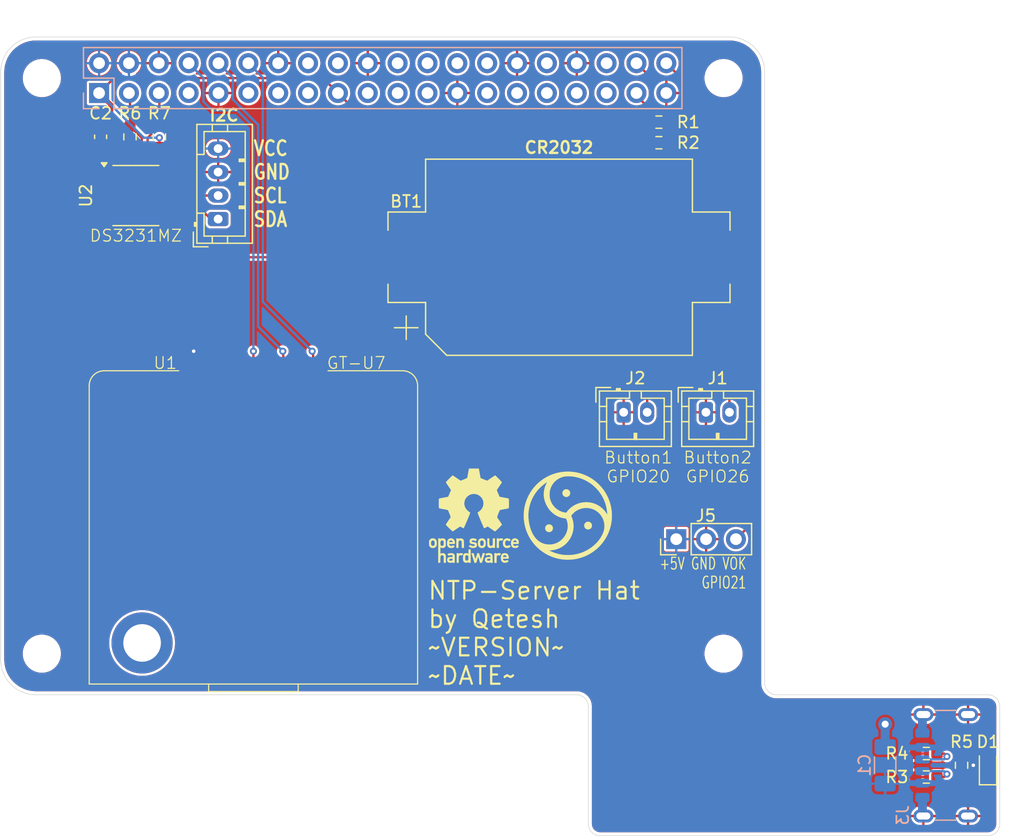
<source format=kicad_pcb>
(kicad_pcb (version 20240108) (generator "pcbnew") (generator_version "8.0")
  (title_block (title "NTP-Server") (date "${DATE}") (rev "${VERSION}") (company "Qetesh"))
  (layers (0 "F.Cu" signal) (31 "B.Cu" signal) (34 "B.Paste" user) (35 "F.Paste" user) (36 "B.SilkS" user "B.Silkscreen") (37 "F.SilkS" user "F.Silkscreen") (38 "B.Mask" user) (39 "F.Mask" user) (44 "Edge.Cuts" user))
  (property "DATE" "~DATE~")
  (property "VERSION" "~VERSION~")
  (net 0 "")
  (net 1 "GND")
  (net 2 "+3V3")
  (net 4 "+5V")
  (net 7 "/SDA")
  (net 8 "/GPS_TX")
  (net 11 "/GPS_PPS")
  (net 18 "/SCL")
  (net 23 "/GPS_RX")
  (net 24 "/VccOK")
  (net 32 "/Batt+")
  (net 34 "/CC2")
  (net 35 "/CC1")
  (net 36 "/Button2")
  (net 37 "/Button1")
  (net 38 "Net-(D1-K)")
  (footprint "LED_SMD:LED_0603_1608Metric_Pad1.05x0.95mm_HandSolder" (layer "F.Cu") (at 201.5 108.5 90)
    (property "Reference" "D1" (at 2 0 180) (layer "F.SilkS"))
    (property "Value" "Power")
    (pad "1" smd roundrect (at -0.875 0 90) (size 1.05 0.95) (layers "F.Cu" "F.Paste" "F.Mask") (net 38 "Net-(D1-K)"))
    (pad "2" smd roundrect (at 0.875 0 90) (size 1.05 0.95) (layers "F.Cu" "F.Paste" "F.Mask") (net 4 "+5V"))
  )
  (footprint "Connector_JST:JST_PH_B2B-PH-K_1x02_P2.00mm_Vertical" (layer "F.Cu") (at 170.5 78.45)
    (property "Reference" "J2" (at 1 -2.9 0) (layer "F.SilkS"))
    (property "Value" "Button2")
    (pad "1" thru_hole roundrect (at 0 0) (size 1.2 1.75) (drill 0.75) (layers "*.Cu" "*.Mask") (roundrect_rratio 0.208333) (net 1 "GND"))
    (pad "2" thru_hole oval (at 2 0) (size 1.2 1.75) (drill 0.75) (layers "*.Cu" "*.Mask") (net 36 "/Button2"))
  )
  (footprint "Battery:BatteryHolder_Keystone_1060_1x2032" (layer "F.Cu") (at 165 65.25)
    (property "Reference" "BT1" (at -13 -4.75 0) (layer "F.SilkS"))
    (property "Value" "CR2032")
    (pad "1" smd rect (at -14.65 0 180) (size 2.6 3.6) (layers "F.Cu" "F.Paste" "F.Mask") (net 32 "/Batt+"))
    (pad "2" smd rect (at 14.65 0 180) (size 2.6 3.6) (layers "F.Cu" "F.Paste" "F.Mask") (net 1 "GND"))
  )
  (footprint "Connector_PinHeader_2.54mm:PinHeader_1x03_P2.54mm_Vertical" (layer "F.Cu") (at 174.975 89.25 90)
    (property "Reference" "J5" (at 2 2.525 180) (layer "F.SilkS"))
    (property "Value" "VCC-Monitor")
    (pad "1" thru_hole rect (at 0 0 90) (size 1.7 1.7) (drill 1) (layers "*.Cu" "*.Mask") (net 4 "+5V"))
    (pad "2" thru_hole oval (at 0 2.54 90) (size 1.7 1.7) (drill 1) (layers "*.Cu" "*.Mask") (net 1 "GND"))
    (pad "3" thru_hole oval (at 0 5.08 90) (size 1.7 1.7) (drill 1) (layers "*.Cu" "*.Mask") (net 24 "/VccOK"))
  )
  (footprint "GT-U7_GPS-Module:GT-U7_SMT" (layer "F.Cu") (at 139 74.915)
    (property "Reference" "U1" (at -7.5 -0.665 0) (layer "F.SilkS") (effects (font (thickness 0.1))))
    (property "Value" "GT-U7")
    (pad "" thru_hole circle (at -9.47 23.17) (size 5.2 5.2) (drill 3.2) (layers "*.Cu" "*.Mask"))
    (pad "1" smd roundrect (at -5.08 0) (size 1.8 3.5) (drill (offset 0 0.75)) (layers "F.Cu" "F.Paste" "F.Mask") (net 4 "+5V"))
    (pad "2" smd roundrect (at -2.54 0) (size 1.8 3.5) (drill (offset 0 0.75)) (layers "F.Cu" "F.Paste" "F.Mask") (net 1 "GND"))
    (pad "3" smd roundrect (at 0 0) (size 1.8 3.5) (drill (offset 0 0.75)) (layers "F.Cu" "F.Paste" "F.Mask") (net 8 "/GPS_TX"))
    (pad "4" smd roundrect (at 2.54 0) (size 1.8 3.5) (drill (offset 0 0.75)) (layers "F.Cu" "F.Paste" "F.Mask") (net 23 "/GPS_RX"))
    (pad "5" smd roundrect (at 5.08 0) (size 1.8 3.5) (drill (offset 0 0.75)) (layers "F.Cu" "F.Paste" "F.Mask") (net 11 "/GPS_PPS"))
  )
  (footprint "Capacitor_SMD:C_0603_1608Metric_Pad1.08x0.95mm_HandSolder" (layer "F.Cu") (at 126 55 90)
    (property "Reference" "C2" (at 2 0 180) (layer "F.SilkS"))
    (property "Value" "100n")
    (pad "1" smd roundrect (at -0.8625 0 90) (size 1.075 0.95) (layers "F.Cu" "F.Paste" "F.Mask") (net 2 "+3V3"))
    (pad "2" smd roundrect (at 0.8625 0 90) (size 1.075 0.95) (layers "F.Cu" "F.Paste" "F.Mask") (net 1 "GND"))
  )
  (footprint "Package_SO:SOIC-8_3.9x4.9mm_P1.27mm" (layer "F.Cu") (at 129 60)
    (property "Reference" "U2" (at -4.25 0 90) (layer "F.SilkS"))
    (property "Value" "DS3231MZ")
    (pad "1" smd roundrect (at -2.475 -1.905) (size 1.95 0.6) (layers "F.Cu" "F.Paste" "F.Mask"))
    (pad "2" smd roundrect (at -2.475 -0.635) (size 1.95 0.6) (layers "F.Cu" "F.Paste" "F.Mask") (net 2 "+3V3"))
    (pad "3" smd roundrect (at -2.475 0.635) (size 1.95 0.6) (layers "F.Cu" "F.Paste" "F.Mask"))
    (pad "4" smd roundrect (at -2.475 1.905) (size 1.95 0.6) (layers "F.Cu" "F.Paste" "F.Mask"))
    (pad "5" smd roundrect (at 2.475 1.905) (size 1.95 0.6) (layers "F.Cu" "F.Paste" "F.Mask") (net 1 "GND"))
    (pad "6" smd roundrect (at 2.475 0.635) (size 1.95 0.6) (layers "F.Cu" "F.Paste" "F.Mask") (net 32 "/Batt+"))
    (pad "7" smd roundrect (at 2.475 -0.635) (size 1.95 0.6) (layers "F.Cu" "F.Paste" "F.Mask") (net 7 "/SDA"))
    (pad "8" smd roundrect (at 2.475 -1.905) (size 1.95 0.6) (layers "F.Cu" "F.Paste" "F.Mask") (net 18 "/SCL"))
  )
  (footprint "Connector_JST:JST_PH_B2B-PH-K_1x02_P2.00mm_Vertical" (layer "F.Cu") (at 177.5 78.45)
    (property "Reference" "J1" (at 1 -2.9 0) (layer "F.SilkS"))
    (property "Value" "Button1")
    (pad "1" thru_hole roundrect (at 0 0) (size 1.2 1.75) (drill 0.75) (layers "*.Cu" "*.Mask") (roundrect_rratio 0.208333) (net 1 "GND"))
    (pad "2" thru_hole oval (at 2 0) (size 1.2 1.75) (drill 0.75) (layers "*.Cu" "*.Mask") (net 37 "/Button1"))
  )
  (footprint "Resistor_SMD:R_0603_1608Metric_Pad0.98x0.95mm_HandSolder" (layer "F.Cu") (at 128.5 55 90)
    (property "Reference" "R6" (at 2 0 180) (layer "F.SilkS"))
    (property "Value" "4k7")
    (pad "1" smd roundrect (at -0.9125 0 90) (size 0.975 0.95) (layers "F.Cu" "F.Paste" "F.Mask") (net 2 "+3V3"))
    (pad "2" smd roundrect (at 0.9125 0 90) (size 0.975 0.95) (layers "F.Cu" "F.Paste" "F.Mask") (net 7 "/SDA"))
  )
  (footprint "Resistor_SMD:R_0603_1608Metric_Pad0.98x0.95mm_HandSolder" (layer "F.Cu") (at 199.25 108.5 90)
    (property "Reference" "R5" (at 2 0 180) (layer "F.SilkS"))
    (property "Value" "1k2")
    (pad "1" smd roundrect (at -0.9125 0 90) (size 0.975 0.95) (layers "F.Cu" "F.Paste" "F.Mask") (net 38 "Net-(D1-K)"))
    (pad "2" smd roundrect (at 0.9125 0 90) (size 0.975 0.95) (layers "F.Cu" "F.Paste" "F.Mask") (net 1 "GND"))
  )
  (footprint "Resistor_SMD:R_0603_1608Metric_Pad0.98x0.95mm_HandSolder" (layer "F.Cu") (at 131 55 90)
    (property "Reference" "R7" (at 2 0 180) (layer "F.SilkS"))
    (property "Value" "4k7")
    (pad "1" smd roundrect (at -0.9125 0 90) (size 0.975 0.95) (layers "F.Cu" "F.Paste" "F.Mask") (net 2 "+3V3"))
    (pad "2" smd roundrect (at 0.9125 0 90) (size 0.975 0.95) (layers "F.Cu" "F.Paste" "F.Mask") (net 18 "/SCL"))
  )
  (footprint "Resistor_SMD:R_0603_1608Metric_Pad0.98x0.95mm_HandSolder" (layer "F.Cu") (at 196.25 109.5 180)
    (property "Reference" "R3" (at 2.5 0 0) (layer "F.SilkS"))
    (property "Value" "5k1")
    (pad "1" smd roundrect (at -0.9125 0 180) (size 0.975 0.95) (layers "F.Cu" "F.Paste" "F.Mask") (net 34 "/CC2"))
    (pad "2" smd roundrect (at 0.9125 0 180) (size 0.975 0.95) (layers "F.Cu" "F.Paste" "F.Mask") (net 1 "GND"))
  )
  (footprint "Resistor_SMD:R_0603_1608Metric_Pad0.98x0.95mm_HandSolder" (layer "F.Cu") (at 173.5 53.75)
    (property "Reference" "R1" (at 2.5 0 0) (layer "F.SilkS"))
    (property "Value" "10k")
    (pad "1" smd roundrect (at -0.9125 0) (size 0.975 0.95) (layers "F.Cu" "F.Paste" "F.Mask") (net 2 "+3V3"))
    (pad "2" smd roundrect (at 0.9125 0) (size 0.975 0.95) (layers "F.Cu" "F.Paste" "F.Mask") (net 37 "/Button1"))
  )
  (footprint "My_Footprints:CutieMark7.5mmInverted" (layer "F.Cu") (at 165.75 87.25)
    (property "Reference" "G***" (hide yes))
    (property "Value" "LOGO" (hide yes))
  )
  (footprint "Resistor_SMD:R_0603_1608Metric_Pad0.98x0.95mm_HandSolder" (layer "F.Cu") (at 173.5 55.5)
    (property "Reference" "R2" (at 2.5 0 0) (layer "F.SilkS"))
    (property "Value" "10k")
    (pad "1" smd roundrect (at -0.9125 0) (size 0.975 0.95) (layers "F.Cu" "F.Paste" "F.Mask") (net 2 "+3V3"))
    (pad "2" smd roundrect (at 0.9125 0) (size 0.975 0.95) (layers "F.Cu" "F.Paste" "F.Mask") (net 36 "/Button2"))
  )
  (footprint "Resistor_SMD:R_0603_1608Metric_Pad0.98x0.95mm_HandSolder" (layer "F.Cu") (at 196.25 107.5 180)
    (property "Reference" "R4" (at 2.5 0 0) (layer "F.SilkS"))
    (property "Value" "5k1")
    (pad "1" smd roundrect (at -0.9125 0 180) (size 0.975 0.95) (layers "F.Cu" "F.Paste" "F.Mask") (net 35 "/CC1"))
    (pad "2" smd roundrect (at 0.9125 0 180) (size 0.975 0.95) (layers "F.Cu" "F.Paste" "F.Mask") (net 1 "GND"))
  )
  (footprint "Connector_JST:JST_PH_B4B-PH-K_1x04_P2.00mm_Vertical" (layer "F.Cu") (at 136 62 90)
    (property "Reference" "J6" (hide yes))
    (property "Value" "I2C")
    (pad "1" thru_hole roundrect (at 0 0 90) (size 1.2 1.75) (drill 0.75) (layers "*.Cu" "*.Mask") (roundrect_rratio 0.208333) (net 7 "/SDA"))
    (pad "2" thru_hole oval (at 2 0 90) (size 1.2 1.75) (drill 0.75) (layers "*.Cu" "*.Mask") (net 18 "/SCL"))
    (pad "3" thru_hole oval (at 4 0 90) (size 1.2 1.75) (drill 0.75) (layers "*.Cu" "*.Mask") (net 1 "GND"))
    (pad "4" thru_hole oval (at 6 0 90) (size 1.2 1.75) (drill 0.75) (layers "*.Cu" "*.Mask") (net 4 "+5V"))
  )
  (footprint "Symbol:OSHW-Logo_7.5x8mm_SilkScreen" (layer "F.Cu") (at 157.75 87.25)
    (property "Reference" "REF**" (hide yes))
    (property "Value" "OSHW-Logo_7.5x8mm_SilkScreen" (hide yes))
  )
  (footprint "Connector_USB:USB_C_Receptacle_GCT_USB4125-xx-x_6P_TopMnt_Horizontal" (layer "B.Cu") (at 199 108.5 -90)
    (property "Reference" "J3" (at 4.25 4.75 90) (layer "B.SilkS") (effects (justify mirror)))
    (property "Value" "USB_C")
    (pad "A5" smd roundrect (at -0.5 3.08 270) (size 0.7 1.2) (layers "B.Cu" "B.Paste" "B.Mask") (net 35 "/CC1"))
    (pad "A9" smd roundrect (at 1.52 3.08 90) (size 0.76 1.2) (layers "B.Cu" "B.Paste" "B.Mask") (net 4 "+5V") (thermal_bridge_width 0.5) (thermal_gap 0.5))
    (pad "A12" smd roundrect (at 2.75 3.08 90) (size 0.8 1.2) (layers "B.Cu" "B.Paste" "B.Mask") (net 1 "GND") (thermal_bridge_width 0.35) (thermal_gap 0.5))
    (pad "B5" smd roundrect (at 0.5 3.08 90) (size 0.7 1.2) (layers "B.Cu" "B.Paste" "B.Mask") (net 34 "/CC2"))
    (pad "B9" smd roundrect (at -1.52 3.08 270) (size 0.76 1.2) (layers "B.Cu" "B.Paste" "B.Mask") (net 4 "+5V") (thermal_bridge_width 0.5) (thermal_gap 0.5))
    (pad "B12" smd roundrect (at -2.75 3.08 270) (size 0.8 1.2) (layers "B.Cu" "B.Paste" "B.Mask") (net 1 "GND") (thermal_bridge_width 0.35) (thermal_gap 0.5))
    (pad "S1" thru_hole oval (at -4.32 -0.8 270) (size 1.1 1.7) (drill oval 0.6 1.2) (layers "*.Cu" "*.Mask" "B.Paste") (net 1 "GND"))
    (pad "S1" thru_hole oval (at -4.32 3 270) (size 1.1 1.7) (drill oval 0.6 1.2) (layers "*.Cu" "*.Mask" "B.Paste") (net 1 "GND"))
    (pad "S1" thru_hole oval (at 4.32 -0.8 270) (size 1.1 1.7) (drill oval 0.6 1.2) (layers "*.Cu" "*.Mask" "B.Paste") (net 1 "GND"))
    (pad "S1" thru_hole oval (at 4.32 3 270) (size 1.1 1.7) (drill oval 0.6 1.2) (layers "*.Cu" "*.Mask" "B.Paste") (net 1 "GND"))
  )
  (footprint "My_Footprints:RPi_HAT_FullSize" (layer "B.Cu") (at 150 50 180)
    (property "Reference" "J4" (hide yes))
    (property "Value" "Raspberry_Pi_2_3")
    (pad "" np_thru_hole circle (at -29 -49 180) (size 2.75 2.75) (drill 2.75) (layers "*.Cu" "*.Mask"))
    (pad "" np_thru_hole circle (at -29 0 180) (size 2.75 2.75) (drill 2.75) (layers "*.Cu" "*.Mask"))
    (pad "" np_thru_hole circle (at 29 -49 180) (size 2.75 2.75) (drill 2.75) (layers "*.Cu" "*.Mask"))
    (pad "" np_thru_hole circle (at 29 0 180) (size 2.75 2.75) (drill 2.75) (layers "*.Cu" "*.Mask"))
    (pad "1" thru_hole rect (at 24.13 -1.27 270) (size 1.7 1.7) (drill 1) (layers "*.Cu" "*.Mask") (net 2 "+3V3"))
    (pad "2" thru_hole oval (at 24.13 1.27 270) (size 1.7 1.7) (drill 1) (layers "*.Cu" "*.Mask") (net 4 "+5V"))
    (pad "3" thru_hole oval (at 21.59 -1.27 270) (size 1.7 1.7) (drill 1) (layers "*.Cu" "*.Mask") (net 7 "/SDA"))
    (pad "4" thru_hole oval (at 21.59 1.27 270) (size 1.7 1.7) (drill 1) (layers "*.Cu" "*.Mask") (net 4 "+5V"))
    (pad "5" thru_hole oval (at 19.05 -1.27 270) (size 1.7 1.7) (drill 1) (layers "*.Cu" "*.Mask") (net 18 "/SCL"))
    (pad "6" thru_hole oval (at 19.05 1.27 270) (size 1.7 1.7) (drill 1) (layers "*.Cu" "*.Mask") (net 1 "GND"))
    (pad "7" thru_hole oval (at 16.51 -1.27 270) (size 1.7 1.7) (drill 1) (layers "*.Cu" "*.Mask"))
    (pad "8" thru_hole oval (at 16.51 1.27 270) (size 1.7 1.7) (drill 1) (layers "*.Cu" "*.Mask") (net 8 "/GPS_TX"))
    (pad "9" thru_hole oval (at 13.97 -1.27 270) (size 1.7 1.7) (drill 1) (layers "*.Cu" "*.Mask") (net 1 "GND"))
    (pad "10" thru_hole oval (at 13.97 1.27 270) (size 1.7 1.7) (drill 1) (layers "*.Cu" "*.Mask") (net 23 "/GPS_RX"))
    (pad "11" thru_hole oval (at 11.43 -1.27 270) (size 1.7 1.7) (drill 1) (layers "*.Cu" "*.Mask"))
    (pad "12" thru_hole oval (at 11.43 1.27 270) (size 1.7 1.7) (drill 1) (layers "*.Cu" "*.Mask") (net 11 "/GPS_PPS"))
    (pad "13" thru_hole oval (at 8.89 -1.27 270) (size 1.7 1.7) (drill 1) (layers "*.Cu" "*.Mask"))
    (pad "14" thru_hole oval (at 8.89 1.27 270) (size 1.7 1.7) (drill 1) (layers "*.Cu" "*.Mask") (net 1 "GND"))
    (pad "15" thru_hole oval (at 6.35 -1.27 270) (size 1.7 1.7) (drill 1) (layers "*.Cu" "*.Mask"))
    (pad "16" thru_hole oval (at 6.35 1.27 270) (size 1.7 1.7) (drill 1) (layers "*.Cu" "*.Mask"))
    (pad "17" thru_hole oval (at 3.81 -1.27 270) (size 1.7 1.7) (drill 1) (layers "*.Cu" "*.Mask") (net 2 "+3V3"))
    (pad "18" thru_hole oval (at 3.81 1.27 270) (size 1.7 1.7) (drill 1) (layers "*.Cu" "*.Mask"))
    (pad "19" thru_hole oval (at 1.27 -1.27 270) (size 1.7 1.7) (drill 1) (layers "*.Cu" "*.Mask"))
    (pad "20" thru_hole oval (at 1.27 1.27 270) (size 1.7 1.7) (drill 1) (layers "*.Cu" "*.Mask") (net 1 "GND"))
    (pad "21" thru_hole oval (at -1.27 -1.27 270) (size 1.7 1.7) (drill 1) (layers "*.Cu" "*.Mask"))
    (pad "22" thru_hole oval (at -1.27 1.27 270) (size 1.7 1.7) (drill 1) (layers "*.Cu" "*.Mask"))
    (pad "23" thru_hole oval (at -3.81 -1.27 270) (size 1.7 1.7) (drill 1) (layers "*.Cu" "*.Mask"))
    (pad "24" thru_hole oval (at -3.81 1.27 270) (size 1.7 1.7) (drill 1) (layers "*.Cu" "*.Mask"))
    (pad "25" thru_hole oval (at -6.35 -1.27 270) (size 1.7 1.7) (drill 1) (layers "*.Cu" "*.Mask") (net 1 "GND"))
    (pad "26" thru_hole oval (at -6.35 1.27 270) (size 1.7 1.7) (drill 1) (layers "*.Cu" "*.Mask"))
    (pad "27" thru_hole oval (at -8.89 -1.27 270) (size 1.7 1.7) (drill 1) (layers "*.Cu" "*.Mask"))
    (pad "28" thru_hole oval (at -8.89 1.27 270) (size 1.7 1.7) (drill 1) (layers "*.Cu" "*.Mask"))
    (pad "29" thru_hole oval (at -11.43 -1.27 270) (size 1.7 1.7) (drill 1) (layers "*.Cu" "*.Mask"))
    (pad "30" thru_hole oval (at -11.43 1.27 270) (size 1.7 1.7) (drill 1) (layers "*.Cu" "*.Mask") (net 1 "GND"))
    (pad "31" thru_hole oval (at -13.97 -1.27 270) (size 1.7 1.7) (drill 1) (layers "*.Cu" "*.Mask"))
    (pad "32" thru_hole oval (at -13.97 1.27 270) (size 1.7 1.7) (drill 1) (layers "*.Cu" "*.Mask"))
    (pad "33" thru_hole oval (at -16.51 -1.27 270) (size 1.7 1.7) (drill 1) (layers "*.Cu" "*.Mask"))
    (pad "34" thru_hole oval (at -16.51 1.27 270) (size 1.7 1.7) (drill 1) (layers "*.Cu" "*.Mask") (net 1 "GND"))
    (pad "35" thru_hole oval (at -19.05 -1.27 270) (size 1.7 1.7) (drill 1) (layers "*.Cu" "*.Mask"))
    (pad "36" thru_hole oval (at -19.05 1.27 270) (size 1.7 1.7) (drill 1) (layers "*.Cu" "*.Mask"))
    (pad "37" thru_hole oval (at -21.59 -1.27 270) (size 1.7 1.7) (drill 1) (layers "*.Cu" "*.Mask") (net 36 "/Button2"))
    (pad "38" thru_hole oval (at -21.59 1.27 270) (size 1.7 1.7) (drill 1) (layers "*.Cu" "*.Mask") (net 37 "/Button1"))
    (pad "39" thru_hole oval (at -24.13 -1.27 270) (size 1.7 1.7) (drill 1) (layers "*.Cu" "*.Mask") (net 1 "GND"))
    (pad "40" thru_hole oval (at -24.13 1.27 270) (size 1.7 1.7) (drill 1) (layers "*.Cu" "*.Mask") (net 24 "/VccOK"))
  )
  (footprint "Capacitor_SMD:C_1206_3216Metric_Pad1.33x1.80mm_HandSolder" (layer "B.Cu") (at 192.75 108.5 90)
    (property "Reference" "C1" (at 0 -1.75 90) (layer "B.SilkS") (effects (justify mirror)))
    (property "Value" "10u")
    (pad "1" smd roundrect (at -1.5625 0 90) (size 1.325 1.8) (layers "B.Cu" "B.Paste" "B.Mask") (roundrect_rratio 0.188679) (net 4 "+5V"))
    (pad "2" smd roundrect (at 1.5625 0 90) (size 1.325 1.8) (layers "B.Cu" "B.Paste" "B.Mask") (roundrect_rratio 0.188679) (net 1 "GND"))
  )
  (gr_line (start 167.5 103.5) (end 167.5 113.5) (stroke (width 0.05)) (layer "Edge.Cuts"))
  (gr_line (start 117.5 49.5) (end 117.5 99.5) (stroke (width 0.05)) (layer "Edge.Cuts"))
  (gr_line (start 202.5 103.5) (end 202.5 113.5) (stroke (width 0.05)) (layer "Edge.Cuts"))
  (gr_arc (start 183.5 102.5) (mid 182.792893 102.207107) (end 182.5 101.5) (stroke (width 0.05)) (layer "Edge.Cuts"))
  (gr_arc (start 166.5 102.5) (mid 167.207107 102.792893) (end 167.5 103.5) (stroke (width 0.05)) (layer "Edge.Cuts"))
  (gr_arc (start 120.5 102.5) (mid 118.37868 101.62132) (end 117.5 99.5) (stroke (width 0.05)) (layer "Edge.Cuts"))
  (gr_line (start 183.5 102.5) (end 201.5 102.5) (stroke (width 0.05)) (layer "Edge.Cuts"))
  (gr_line (start 179.5 46.5) (end 120.5 46.5) (stroke (width 0.05)) (layer "Edge.Cuts"))
  (gr_arc (start 168.5 114.5) (mid 167.792893 114.207107) (end 167.5 113.5) (stroke (width 0.05)) (layer "Edge.Cuts"))
  (gr_line (start 182.5 101.5) (end 182.5 49.5) (stroke (width 0.05)) (layer "Edge.Cuts"))
  (gr_arc (start 201.5 102.5) (mid 202.207107 102.792893) (end 202.5 103.5) (stroke (width 0.05)) (layer "Edge.Cuts"))
  (gr_arc (start 179.5 46.5) (mid 181.62132 47.37868) (end 182.5 49.5) (stroke (width 0.05)) (layer "Edge.Cuts"))
  (gr_arc (start 117.5 49.5) (mid 118.37868 47.37868) (end 120.5 46.5) (stroke (width 0.05)) (layer "Edge.Cuts"))
  (gr_line (start 201.5 114.5) (end 168.5 114.5) (stroke (width 0.05)) (layer "Edge.Cuts"))
  (gr_line (start 120.5 102.5) (end 166.5 102.5) (stroke (width 0.05)) (layer "Edge.Cuts"))
  (gr_arc (start 202.5 113.5) (mid 202.207107 114.207107) (end 201.5 114.5) (stroke (width 0.05)) (layer "Edge.Cuts"))
  (gr_text "Button1\nGPIO20" (at 171.75 84.5 0) (layer "F.SilkS") (effects (font (size 1 1) (thickness 0.1)) (justify bottom)))
  (gr_text "I2C" (at 136.5 53.75 0) (layer "F.SilkS") (effects (font (size 1 1) (thickness 0.2) (bold yes)) (justify bottom)))
  (gr_text "GT-U7" (at 147.75 74.25 0) (layer "F.SilkS") (effects (font (size 1 1) (thickness 0.1))))
  (gr_text "Button2\nGPIO26" (at 178.5 84.5 0) (layer "F.SilkS") (effects (font (size 1 1) (thickness 0.1)) (justify bottom)))
  (gr_text "NTP-Server Hat\nby Qetesh\n${VERSION}\n${DATE}" (at 153.75 101.75 0) (layer "F.SilkS") (effects (font (size 1.5 1.5) (thickness 0.1875)) (justify left bottom)))
  (gr_text "VCC\nGND\nSCL\nSDA" (at 138.91 59 0) (layer "F.SilkS") (effects (font (size 1.25 1) (thickness 0.2) (bold yes)) (justify left)))
  (gr_text "+5V GND VOK\nGPIO21" (at 181 90.75 0) (layer "F.SilkS") (effects (font (size 1 0.7) (thickness 0.1)) (justify right top)))
  (gr_text "CR2032" (at 165 56.5 0) (layer "F.SilkS") (effects (font (size 1 1) (thickness 0.2) (bold yes)) (justify bottom)))
  (gr_text "DS3231MZ" (at 129 64 0) (layer "F.SilkS") (effects (font (size 1 1) (thickness 0.1)) (justify bottom)))
  (via (at 192.75 105) (size 1.2) (drill 0.6) (layers "F.Cu" "B.Cu") (net 1))
  (segment (start 195.92 105.75) (end 195.92 104.26) (width 0.76) (layer "B.Cu") (net 1))
  (segment (start 195.92 112.74) (end 196 112.82) (width 0.76) (layer "B.Cu") (net 1))
  (segment (start 192.75 106.9375) (end 192.75 105) (width 0.76) (layer "B.Cu") (net 1))
  (segment (start 195.92 111.25) (end 195.92 112.74) (width 0.76) (layer "B.Cu") (net 1))
  (segment (start 195.92 104.26) (end 196 104.18) (width 0.76) (layer "B.Cu") (net 1))
  (segment (start 127.8 55.9125) (end 126.875 54.9875) (width 0.2) (layer "F.Cu") (net 2))
  (segment (start 131 55.9125) (end 131 55.075313) (width 0.2) (layer "F.Cu") (net 2))
  (segment (start 125.365 59.365) (end 126.525 59.365) (width 0.4) (layer "F.Cu") (net 2))
  (segment (start 148.67 53.75) (end 146.19 51.27) (width 0.2) (layer "F.Cu") (net 2))
  (segment (start 125 59) (end 125.365 59.365) (width 0.4) (layer "F.Cu") (net 2))
  (segment (start 126.875 52.275) (end 125.87 51.27) (width 0.4) (layer "F.Cu") (net 2))
  (segment (start 128.5 55.9125) (end 127.8 55.9125) (width 0.2) (layer "F.Cu") (net 2))
  (segment (start 126 55.8625) (end 125.94375 55.80625) (width 0.4) (layer "F.Cu") (net 2))
  (segment (start 126.875 54.9875) (end 126.875 52.275) (width 0.4) (layer "F.Cu") (net 2))
  (segment (start 172.5875 53.75) (end 148.67 53.75) (width 0.2) (layer "F.Cu") (net 2))
  (segment (start 144.92 50) (end 146.19 51.27) (width 0.2) (layer "F.Cu") (net 2))
  (segment (start 125.94375 55.80625) (end 125 56.75) (width 0.4) (layer "F.Cu") (net 2))
  (segment (start 125.87 51.27) (end 127.14 50) (width 0.2) (layer "F.Cu") (net 2))
  (segment (start 131 55.075313) (end 131.000313 55.075) (width 0.2) (layer "F.Cu") (net 2))
  (segment (start 126 55.8625) (end 126.875 54.9875) (width 0.4) (layer "F.Cu") (net 2))
  (segment (start 127.14 50) (end 144.92 50) (width 0.2) (layer "F.Cu") (net 2))
  (segment (start 172.5875 55.5) (end 172.5875 53.75) (width 0.2) (layer "F.Cu") (net 2))
  (segment (start 125 56.75) (end 125 59) (width 0.4) (layer "F.Cu") (net 2))
  (via (at 131.000313 55.075) (size 0.6) (drill 0.3) (layers "F.Cu" "B.Cu") (net 2))
  (segment (start 131.000313 55.075) (end 129.675 55.075) (width 0.2) (layer "B.Cu") (net 2))
  (segment (start 129.675 55.075) (end 125.87 51.27) (width 0.2) (layer "B.Cu") (net 2))
  (segment (start 201.125 107.625) (end 201.25 107.625) (width 0.2) (layer "F.Cu") (net 4))
  (segment (start 200.25 108.5) (end 201.125 107.625) (width 0.2) (layer "F.Cu") (net 4))
  (segment (start 133.92 73.25) (end 133.92 75.165) (width 0.4) (layer "F.Cu") (net 4))
  (via (at 200.25 108.5) (size 0.6) (drill 0.3) (layers "F.Cu" "B.Cu") (net 4))
  (via (at 133.92 73.25) (size 0.6) (drill 0.3) (layers "F.Cu" "B.Cu") (net 4))
  (segment (start 135.375 62) (end 136 62) (width 0.2) (layer "F.Cu") (net 7))
  (segment (start 132.74 59.365) (end 135.375 62) (width 0.2) (layer "F.Cu") (net 7))
  (segment (start 129.5 58.5) (end 130.365 59.365) (width 0.2) (layer "F.Cu") (net 7))
  (segment (start 130.365 59.365) (end 131.475 59.365) (width 0.2) (layer "F.Cu") (net 7))
  (segment (start 129.5 55.0875) (end 129.5 58.5) (width 0.2) (layer "F.Cu") (net 7))
  (segment (start 128.5 54.0875) (end 128.5 51.36) (width 0.2) (layer "F.Cu") (net 7))
  (segment (start 128.5 51.36) (end 128.41 51.27) (width 0.2) (layer "F.Cu") (net 7))
  (segment (start 128.5 54.0875) (end 129.5 55.0875) (width 0.2) (layer "F.Cu") (net 7))
  (segment (start 131.475 59.365) (end 132.74 59.365) (width 0.2) (layer "F.Cu") (net 7))
  (segment (start 139 75.165) (end 139 73.25) (width 0.2) (layer "F.Cu") (net 8))
  (via (at 139 73.25) (size 0.6) (drill 0.3) (layers "F.Cu" "B.Cu") (net 8))
  (segment (start 137.617968 52.75) (end 135.5 52.75) (width 0.2) (layer "B.Cu") (net 8))
  (segment (start 134.75 52) (end 134.75 49.99) (width 0.2) (layer "B.Cu") (net 8))
  (segment (start 135.5 52.75) (end 134.75 52) (width 0.2) (layer "B.Cu") (net 8))
  (segment (start 134.75 49.99) (end 133.49 48.73) (width 0.2) (layer "B.Cu") (net 8))
  (segment (start 139 73.25) (end 139 54.132032) (width 0.2) (layer "B.Cu") (net 8))
  (segment (start 139 54.132032) (end 137.617968 52.75) (width 0.2) (layer "B.Cu") (net 8))
  (segment (start 144.08 73.33) (end 144 73.25) (width 0.2) (layer "F.Cu") (net 11))
  (segment (start 144.08 75.165) (end 144.08 73.33) (width 0.2) (layer "F.Cu") (net 11))
  (via (at 144 73.25) (size 0.6) (drill 0.3) (layers "F.Cu" "B.Cu") (net 11))
  (segment (start 139.8 49.96) (end 138.57 48.73) (width 0.2) (layer "B.Cu") (net 11))
  (segment (start 144 73.25) (end 139.8 69.05) (width 0.2) (layer "B.Cu") (net 11))
  (segment (start 139.8 69.05) (end 139.8 49.96) (width 0.2) (layer "B.Cu") (net 11))
  (segment (start 130 55.0875) (end 130 57.75) (width 0.2) (layer "F.Cu") (net 18))
  (segment (start 132.845 58.095) (end 134.75 60) (width 0.2) (layer "F.Cu") (net 18))
  (segment (start 134.75 60) (end 136 60) (width 0.2) (layer "F.Cu") (net 18))
  (segment (start 131 54.0875) (end 130 55.0875) (width 0.2) (layer "F.Cu") (net 18))
  (segment (start 130.345 58.095) (end 131.475 58.095) (width 0.2) (layer "F.Cu") (net 18))
  (segment (start 131.475 58.095) (end 132.845 58.095) (width 0.2) (layer "F.Cu") (net 18))
  (segment (start 130 57.75) (end 130.345 58.095) (width 0.2) (layer "F.Cu") (net 18))
  (segment (start 131 51.32) (end 130.95 51.27) (width 0.2) (layer "F.Cu") (net 18))
  (segment (start 131 54.0875) (end 131 51.32) (width 0.2) (layer "F.Cu") (net 18))
  (segment (start 141.54 73.29) (end 141.5 73.25) (width 0.2) (layer "F.Cu") (net 23))
  (segment (start 141.54 75.165) (end 141.54 73.29) (width 0.2) (layer "F.Cu") (net 23))
  (via (at 141.5 73.25) (size 0.6) (drill 0.3) (layers "F.Cu" "B.Cu") (net 23))
  (segment (start 136.03 48.73) (end 137.25 49.95) (width 0.2) (layer "B.Cu") (net 23))
  (segment (start 137.25 49.95) (end 137.25 51.816346) (width 0.2) (layer "B.Cu") (net 23))
  (segment (start 137.25 51.816346) (end 139.4 53.966346) (width 0.2) (layer "B.Cu") (net 23))
  (segment (start 139.4 71.15) (end 141.5 73.25) (width 0.2) (layer "B.Cu") (net 23))
  (segment (start 139.4 53.966346) (end 139.4 71.15) (width 0.2) (layer "B.Cu") (net 23))
  (segment (start 180.905 88.4) (end 180.905 78.155) (width 0.2) (layer "F.Cu") (net 24))
  (segment (start 180.905 78.155) (end 176 73.25) (width 0.2) (layer "F.Cu") (net 24))
  (segment (start 180.055 89.25) (end 180.905 88.4) (width 0.2) (layer "F.Cu") (net 24))
  (segment (start 176 50.6) (end 174.13 48.73) (width 0.2) (layer "F.Cu") (net 24))
  (segment (start 176 73.25) (end 176 50.6) (width 0.2) (layer "F.Cu") (net 24))
  (segment (start 137.25 65.25) (end 132.635 60.635) (width 0.2) (layer "F.Cu") (net 32))
  (segment (start 150.35 65.25) (end 137.25 65.25) (width 0.2) (layer "F.Cu") (net 32))
  (segment (start 132.635 60.635) (end 131.475 60.635) (width 0.2) (layer "F.Cu") (net 32))
  (segment (start 197.1625 109.5) (end 197.75 109.5) (width 0.2) (layer "F.Cu") (net 34))
  (segment (start 197.75 109.5) (end 198 109.25) (width 0.2) (layer "F.Cu") (net 34))
  (via (at 198 109.25) (size 0.6) (drill 0.3) (layers "F.Cu" "B.Cu") (net 34))
  (segment (start 195.92 109) (end 197.75 109) (width 0.2) (layer "B.Cu") (net 34))
  (segment (start 197.75 109) (end 198 109.25) (width 0.2) (layer "B.Cu") (net 34))
  (segment (start 197.75 107.5) (end 198 107.75) (width 0.2) (layer "F.Cu") (net 35))
  (segment (start 197.1625 107.5) (end 197.75 107.5) (width 0.2) (layer "F.Cu") (net 35))
  (via (at 198 107.75) (size 0.6) (drill 0.3) (layers "F.Cu" "B.Cu") (net 35))
  (segment (start 197.75 108) (end 198 107.75) (width 0.2) (layer "B.Cu") (net 35))
  (segment (start 195.92 108) (end 197.75 108) (width 0.2) (layer "B.Cu") (net 35))
  (segment (start 174.4125 55.5) (end 175.2 56.2875) (width 0.2) (layer "F.Cu") (net 36))
  (segment (start 173.625 53.528186) (end 171.59 51.493186) (width 0.2) (layer "F.Cu") (net 36))
  (segment (start 171.59 51.493186) (end 171.59 51.27) (width 0.2) (layer "F.Cu") (net 36))
  (segment (start 175.2 56.2875) (end 175.2 73.675) (width 0.2) (layer "F.Cu") (net 36))
  (segment (start 174.4125 55.5) (end 173.625 54.7125) (width 0.2) (layer "F.Cu") (net 36))
  (segment (start 173.625 54.7125) (end 173.625 53.528186) (width 0.2) (layer "F.Cu") (net 36))
  (segment (start 175.2 73.675) (end 172.5 76.375) (width 0.2) (layer "F.Cu") (net 36))
  (segment (start 172.5 76.375) (end 172.5 78.45) (width 0.2) (layer "F.Cu") (net 36))
  (segment (start 174.4125 53.75) (end 172.74 52.0775) (width 0.2) (layer "F.Cu") (net 37))
  (segment (start 175.6 73.415686) (end 179.5 77.315686) (width 0.2) (layer "F.Cu") (net 37))
  (segment (start 172.74 52.0775) (end 172.74 49.88) (width 0.2) (layer "F.Cu") (net 37))
  (segment (start 175.6 54.9375) (end 175.6 73.415686) (width 0.2) (layer "F.Cu") (net 37))
  (segment (start 179.5 77.315686) (end 179.5 78.45) (width 0.2) (layer "F.Cu") (net 37))
  (segment (start 172.74 49.88) (end 171.59 48.73) (width 0.2) (layer "F.Cu") (net 37))
  (segment (start 174.4125 53.75) (end 175.6 54.9375) (width 0.2) (layer "F.Cu") (net 37))
  (segment (start 199.25 109.4125) (end 201.2125 109.4125) (width 0.2) (layer "F.Cu") (net 38))
  (segment (start 201.2125 109.4125) (end 201.25 109.375) (width 0.2) (layer "F.Cu") (net 38))
  (zone (net 1) (net_name "GND") (layer "F.Cu") (name "GND") (connect_pads (clearance 0.2)) (min_thickness 0.127) (fill yes (thermal_gap 0.25) (thermal_bridge_width 0.2))
    (polygon (pts (xy 117.5 46.5) (xy 117.5 114.5) (xy 202.5 114.5) (xy 202.5 46.5)))
  )
  (zone (net 4) (net_name "+5V") (layer "B.Cu") (name "VCC") (connect_pads (clearance 0.2)) (min_thickness 0.127) (fill yes (thermal_gap 0.25) (thermal_bridge_width 0.2))
    (polygon (pts (xy 117.5 46.5) (xy 117.5 114.5) (xy 202.5 114.5) (xy 202.5 46.5)))
  )
)
</source>
